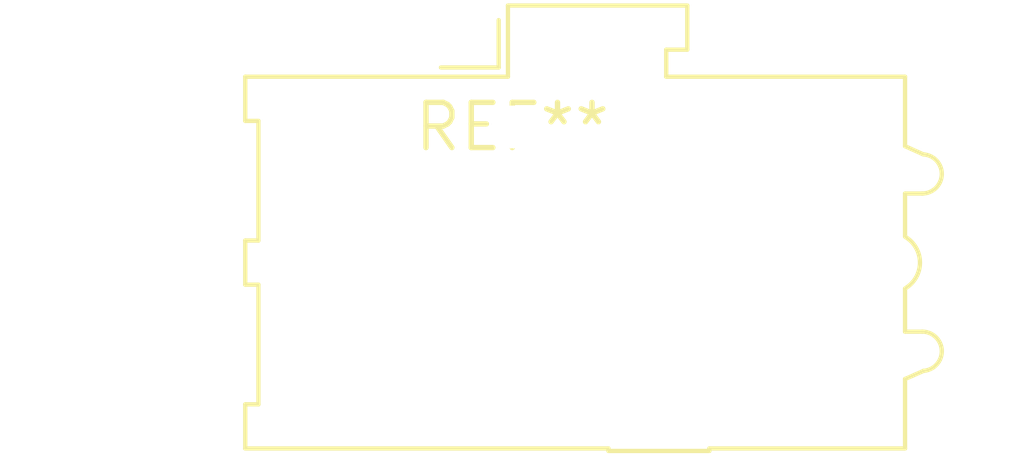
<source format=kicad_pcb>
(kicad_pcb (version 20240108) (generator pcbnew)
  (layers (0 "F.Cu" signal) (31 "B.Cu" signal) (34 "B.Paste" user) (35 "F.Paste" user) (36 "B.SilkS" user "B.Silkscreen") (37 "F.SilkS" user "F.Silkscreen") (38 "B.Mask" user) (39 "F.Mask" user) (44 "Edge.Cuts" user))
  (net 0 "")
  (footprint "Broadcom_AFBR-16xxZ_Tilted" (layer "F.Cu") (at 0 0)
    (property "Reference" "REF**")
    (property "Value" "Broadcom_AFBR-16xxZ_Tilted")
    (fp_line (start -7.49 -1.41) (end -0.12 -1.41) (layer "F.SilkS") (stroke (width 0.12)))
    (fp_line (start -7.49 -0.17) (end -7.49 -1.41) (layer "F.SilkS") (stroke (width 0.12)))
    (fp_line (start -7.49 3.19) (end -7.12 3.19) (layer "F.SilkS") (stroke (width 0.12)))
    (fp_line (start -7.49 4.43) (end -7.49 3.19) (layer "F.SilkS") (stroke (width 0.12)))
    (fp_line (start -7.49 7.79) (end -7.12 7.79) (layer "F.SilkS") (stroke (width 0.12)))
    (fp_line (start -7.49 9.03) (end -7.49 7.79) (layer "F.SilkS") (stroke (width 0.12)))
    (fp_line (start -7.12 -0.17) (end -7.49 -0.17) (layer "F.SilkS") (stroke (width 0.12)))
    (fp_line (start -7.12 3.19) (end -7.12 -0.17) (layer "F.SilkS") (stroke (width 0.12)))
    (fp_line (start -7.12 4.43) (end -7.49 4.43) (layer "F.SilkS") (stroke (width 0.12)))
    (fp_line (start -7.12 7.79) (end -7.12 4.43) (layer "F.SilkS") (stroke (width 0.12)))
    (fp_line (start -0.38 -3) (end -0.38 -1.67) (layer "F.SilkS") (stroke (width 0.12)))
    (fp_line (start -0.38 -1.67) (end -2 -1.67) (layer "F.SilkS") (stroke (width 0.12)))
    (fp_line (start -0.12 -3.41) (end 4.91 -3.41) (layer "F.SilkS") (stroke (width 0.12)))
    (fp_line (start -0.12 -1.41) (end -0.12 -3.41) (layer "F.SilkS") (stroke (width 0.12)))
    (fp_line (start 2.7 9.03) (end -7.49 9.03) (layer "F.SilkS") (stroke (width 0.12)))
    (fp_line (start 2.7 9.1) (end 2.7 9.03) (layer "F.SilkS") (stroke (width 0.12)))
    (fp_line (start 4.32 -2.17) (end 4.32 -1.41) (layer "F.SilkS") (stroke (width 0.12)))
    (fp_line (start 4.32 -1.41) (end 11.02 -1.41) (layer "F.SilkS") (stroke (width 0.12)))
    (fp_line (start 4.91 -3.41) (end 4.91 -2.17) (layer "F.SilkS") (stroke (width 0.12)))
    (fp_line (start 4.91 -2.17) (end 4.32 -2.17) (layer "F.SilkS") (stroke (width 0.12)))
    (fp_line (start 5.53 9.03) (end 5.53 9.1) (layer "F.SilkS") (stroke (width 0.12)))
    (fp_line (start 5.53 9.1) (end 2.7 9.1) (layer "F.SilkS") (stroke (width 0.12)))
    (fp_line (start 11.02 -1.41) (end 11.02 0.54) (layer "F.SilkS") (stroke (width 0.12)))
    (fp_line (start 11.02 0.54) (end 11.53 0.77) (layer "F.SilkS") (stroke (width 0.12)))
    (fp_line (start 11.02 1.87) (end 11.02 3.08) (layer "F.SilkS") (stroke (width 0.12)))
    (fp_line (start 11.02 4.54) (end 11.02 5.75) (layer "F.SilkS") (stroke (width 0.12)))
    (fp_line (start 11.02 5.75) (end 11.51 5.75) (layer "F.SilkS") (stroke (width 0.12)))
    (fp_line (start 11.02 7.08) (end 11.02 9.03) (layer "F.SilkS") (stroke (width 0.12)))
    (fp_line (start 11.02 9.03) (end 5.53 9.03) (layer "F.SilkS") (stroke (width 0.12)))
    (fp_line (start 11.51 1.87) (end 11.02 1.87) (layer "F.SilkS") (stroke (width 0.12)))
    (fp_line (start 11.54 6.85) (end 11.02 7.08) (layer "F.SilkS") (stroke (width 0.12)))
    (fp_arc (start 11.036042 3.093643) (mid 11.438622 3.813528) (end 11.03 4.53) (layer "F.SilkS") (stroke (width 0.12)))
    (fp_arc (start 11.5 5.748547) (mid 12.05109 6.279987) (end 11.54 6.85) (layer "F.SilkS") (stroke (width 0.12)))
    (fp_arc (start 11.539894 0.771449) (mid 12.049637 1.33996) (end 11.5 1.87) (layer "F.SilkS") (stroke (width 0.12)))
    (pad "1" thru_hole roundrect (at 0 0) (size 2.2 1.6) (drill 1.2) (layers *.Cu *.Mask) (remove_unused_layers) (roundrect_rratio 0.156))
    (pad "2" thru_hole oval (at 0 2.54) (size 2.2 1.6) (drill 1.2) (layers *.Cu *.Mask) (remove_unused_layers))
    (pad "3" thru_hole oval (at 0 5.08) (size 2.2 1.6) (drill 1.2) (layers *.Cu *.Mask) (remove_unused_layers))
    (pad "4" thru_hole oval (at 0 7.62) (size 2.2 1.6) (drill 1.2) (layers *.Cu *.Mask) (remove_unused_layers))
    (pad "5" thru_hole circle (at 8.7 7.62) (size 2 2) (drill 1.2) (layers *.Cu *.Mask) (remove_unused_layers))
    (pad "8" thru_hole circle (at 8.7 0) (size 2 2) (drill 1.2) (layers *.Cu *.Mask) (remove_unused_layers))
  )
)
</source>
